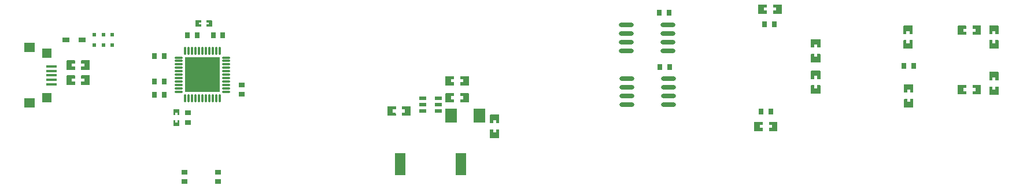
<source format=gtp>
G04 Layer: TopPasteMaskLayer*
G04 EasyEDA v6.5.23, 2023-06-02 21:13:54*
G04 33ff916c08f040c1a4a9353f5c15a4ee,b642c611f69d48ac97ba22acea37c14c,10*
G04 Gerber Generator version 0.2*
G04 Scale: 100 percent, Rotated: No, Reflected: No *
G04 Dimensions in millimeters *
G04 leading zeros omitted , absolute positions ,4 integer and 5 decimal *
%FSLAX45Y45*%
%MOMM*%

%AMMACRO1*4,1,4,-0.8,1.5999,0.8,1.5999,0.8,-1.5999,-0.8,-1.5999,-0.8,1.5999,0*%
%ADD10O,1.2999974X0.2999994*%
%ADD11O,0.2999994X1.2999974*%
%ADD12R,5.2000X5.2000*%
%ADD13R,0.8000X0.9000*%
%ADD14R,1.8000X2.0000*%
%ADD15MACRO1*%
%ADD16R,1.6000X0.4000*%
%ADD17R,1.4000X1.4000*%
%ADD18R,1.5000X1.4000*%
%ADD19O,2.1999956000000003X0.6999986*%
%ADD20R,0.9000X0.8000*%
%ADD21R,0.6000X0.6000*%
%ADD22R,1.0000X0.7500*%
%ADD23R,1.0720X0.5320*%
%ADD24R,0.0193X0.5320*%

%LPD*%
G36*
X7814970Y8887968D02*
G01*
X7773974Y8887460D01*
X7768996Y8882481D01*
X7768996Y8767470D01*
X7773974Y8762492D01*
X7901990Y8762492D01*
X7906969Y8767470D01*
X7906969Y8882481D01*
X7901990Y8887460D01*
X7859979Y8887002D01*
X7859979Y8842959D01*
X7814970Y8842959D01*
G37*
G36*
X7773974Y9102496D02*
G01*
X7768996Y9097467D01*
X7768996Y8982506D01*
X7773974Y8977477D01*
X7814970Y8977985D01*
X7814970Y9021978D01*
X7859979Y9021978D01*
X7859979Y8977477D01*
X7901990Y8977477D01*
X7906969Y8982506D01*
X7906969Y9097467D01*
X7901990Y9102496D01*
G37*
G36*
X6487414Y9227007D02*
G01*
X6482435Y9221978D01*
X6482892Y9180017D01*
X6526936Y9180017D01*
X6526936Y9135008D01*
X6481927Y9135008D01*
X6482435Y9094012D01*
X6487414Y9088983D01*
X6602425Y9088983D01*
X6607403Y9094012D01*
X6607403Y9221978D01*
X6602425Y9227007D01*
G37*
G36*
X6272428Y9227007D02*
G01*
X6267399Y9221978D01*
X6267399Y9094012D01*
X6272428Y9088983D01*
X6387439Y9088983D01*
X6392418Y9094012D01*
X6391910Y9135008D01*
X6347917Y9135008D01*
X6347917Y9180017D01*
X6392418Y9180017D01*
X6392418Y9221978D01*
X6387439Y9227007D01*
G37*
G36*
X12516967Y9995458D02*
G01*
X12475972Y9995001D01*
X12470993Y9989972D01*
X12470993Y9874961D01*
X12475972Y9869982D01*
X12603988Y9869982D01*
X12608966Y9874961D01*
X12608966Y9989972D01*
X12603988Y9995001D01*
X12561976Y9994493D01*
X12561976Y9950500D01*
X12516967Y9950500D01*
G37*
G36*
X12475972Y10209987D02*
G01*
X12470993Y10204958D01*
X12470993Y10089997D01*
X12475972Y10084968D01*
X12516967Y10085476D01*
X12516967Y10129469D01*
X12561976Y10129469D01*
X12561976Y10084968D01*
X12603988Y10084968D01*
X12608966Y10089997D01*
X12608966Y10204958D01*
X12603988Y10209987D01*
G37*
G36*
X12516967Y9535464D02*
G01*
X12475972Y9534956D01*
X12470993Y9529978D01*
X12470993Y9414967D01*
X12475972Y9409988D01*
X12603988Y9409988D01*
X12608966Y9414967D01*
X12608966Y9529978D01*
X12603988Y9534956D01*
X12561976Y9534499D01*
X12561976Y9490506D01*
X12516967Y9490506D01*
G37*
G36*
X12475972Y9749993D02*
G01*
X12470993Y9744964D01*
X12470993Y9630003D01*
X12475972Y9624974D01*
X12516967Y9625482D01*
X12516967Y9669475D01*
X12561976Y9669475D01*
X12561976Y9624974D01*
X12603988Y9624974D01*
X12608966Y9630003D01*
X12608966Y9744964D01*
X12603988Y9749993D01*
G37*
G36*
X11704980Y10719003D02*
G01*
X11699951Y10713974D01*
X11699951Y10585958D01*
X11704980Y10580979D01*
X11819991Y10580979D01*
X11824970Y10585958D01*
X11824462Y10627969D01*
X11780469Y10627969D01*
X11780469Y10672978D01*
X11825478Y10672978D01*
X11824970Y10713974D01*
X11819991Y10719003D01*
G37*
G36*
X11919966Y10719003D02*
G01*
X11914987Y10713974D01*
X11915495Y10672978D01*
X11959488Y10672978D01*
X11959488Y10627969D01*
X11914987Y10627969D01*
X11914987Y10585958D01*
X11919966Y10580979D01*
X12034977Y10580979D01*
X12039955Y10585958D01*
X12039955Y10713974D01*
X12034977Y10719003D01*
G37*
G36*
X11644985Y8998966D02*
G01*
X11639956Y8993987D01*
X11639956Y8865971D01*
X11644985Y8860993D01*
X11759996Y8860993D01*
X11764975Y8865971D01*
X11764467Y8907983D01*
X11720474Y8907983D01*
X11720474Y8952992D01*
X11765483Y8952992D01*
X11764975Y8993987D01*
X11759996Y8998966D01*
G37*
G36*
X11859971Y8998966D02*
G01*
X11854992Y8993987D01*
X11855500Y8952992D01*
X11899493Y8952992D01*
X11899493Y8907983D01*
X11854992Y8907983D01*
X11854992Y8865971D01*
X11859971Y8860993D01*
X11974982Y8860993D01*
X11979960Y8865971D01*
X11979960Y8993987D01*
X11974982Y8998966D01*
G37*
G36*
X13866977Y10195458D02*
G01*
X13825982Y10195001D01*
X13820952Y10189972D01*
X13820952Y10074960D01*
X13825982Y10069982D01*
X13953947Y10069982D01*
X13958976Y10074960D01*
X13958976Y10189972D01*
X13953947Y10195001D01*
X13911986Y10194493D01*
X13911986Y10150500D01*
X13866977Y10150500D01*
G37*
G36*
X13825982Y10409986D02*
G01*
X13820952Y10404957D01*
X13820952Y10289997D01*
X13825982Y10284968D01*
X13866977Y10285476D01*
X13866977Y10329468D01*
X13911986Y10329468D01*
X13911986Y10284968D01*
X13953947Y10284968D01*
X13958976Y10289997D01*
X13958976Y10404957D01*
X13953947Y10409986D01*
G37*
G36*
X13835989Y9549993D02*
G01*
X13830960Y9544964D01*
X13830960Y9430004D01*
X13835989Y9424974D01*
X13877950Y9425482D01*
X13877950Y9469475D01*
X13922959Y9469475D01*
X13922959Y9424466D01*
X13963954Y9424974D01*
X13968984Y9430004D01*
X13968984Y9544964D01*
X13963954Y9549993D01*
G37*
G36*
X13835989Y9334957D02*
G01*
X13830960Y9329978D01*
X13830960Y9214967D01*
X13835989Y9209989D01*
X13963954Y9209989D01*
X13968984Y9214967D01*
X13968984Y9329978D01*
X13963954Y9334957D01*
X13922959Y9334500D01*
X13922959Y9290456D01*
X13877950Y9290456D01*
X13877950Y9334957D01*
G37*
G36*
X15126969Y10195458D02*
G01*
X15085974Y10195001D01*
X15080945Y10189972D01*
X15080945Y10074960D01*
X15085974Y10069982D01*
X15213990Y10069982D01*
X15218968Y10074960D01*
X15218968Y10189972D01*
X15213990Y10195001D01*
X15171978Y10194493D01*
X15171978Y10150500D01*
X15126969Y10150500D01*
G37*
G36*
X15085974Y10409986D02*
G01*
X15080945Y10404957D01*
X15080945Y10289997D01*
X15085974Y10284968D01*
X15126969Y10285476D01*
X15126969Y10329468D01*
X15171978Y10329468D01*
X15171978Y10284968D01*
X15213990Y10284968D01*
X15218968Y10289997D01*
X15218968Y10404957D01*
X15213990Y10409986D01*
G37*
G36*
X14624964Y10408970D02*
G01*
X14619986Y10403992D01*
X14619986Y10275976D01*
X14624964Y10270998D01*
X14739975Y10270998D01*
X14744954Y10275976D01*
X14744496Y10317988D01*
X14700453Y10317988D01*
X14700453Y10362996D01*
X14745462Y10362996D01*
X14744954Y10403992D01*
X14739975Y10408970D01*
G37*
G36*
X14839950Y10408970D02*
G01*
X14834971Y10403992D01*
X14835479Y10362996D01*
X14879472Y10362996D01*
X14879472Y10317988D01*
X14834971Y10317988D01*
X14834971Y10275976D01*
X14839950Y10270998D01*
X14954961Y10270998D01*
X14959990Y10275976D01*
X14959990Y10403992D01*
X14954961Y10408970D01*
G37*
G36*
X14624964Y9538970D02*
G01*
X14619986Y9533991D01*
X14619986Y9405975D01*
X14624964Y9400997D01*
X14739975Y9400997D01*
X14744954Y9405975D01*
X14744496Y9447987D01*
X14700453Y9447987D01*
X14700453Y9492996D01*
X14745462Y9492996D01*
X14744954Y9533991D01*
X14739975Y9538970D01*
G37*
G36*
X14839950Y9538970D02*
G01*
X14834971Y9533991D01*
X14835479Y9492996D01*
X14879472Y9492996D01*
X14879472Y9447987D01*
X14834971Y9447987D01*
X14834971Y9405975D01*
X14839950Y9400997D01*
X14954961Y9400997D01*
X14959990Y9405975D01*
X14959990Y9533991D01*
X14954961Y9538970D01*
G37*
G36*
X15126969Y9515500D02*
G01*
X15085974Y9514992D01*
X15080945Y9509963D01*
X15080945Y9395002D01*
X15085974Y9389973D01*
X15213990Y9389973D01*
X15218968Y9395002D01*
X15218968Y9509963D01*
X15213990Y9514992D01*
X15171978Y9514484D01*
X15171978Y9470491D01*
X15126969Y9470491D01*
G37*
G36*
X15085974Y9729978D02*
G01*
X15080945Y9724999D01*
X15080945Y9609988D01*
X15085974Y9604959D01*
X15126969Y9605467D01*
X15126969Y9649460D01*
X15171978Y9649460D01*
X15171978Y9604959D01*
X15213990Y9604959D01*
X15218968Y9609988D01*
X15218968Y9724999D01*
X15213990Y9729978D01*
G37*
G36*
X7125055Y9418980D02*
G01*
X7120077Y9414002D01*
X7120077Y9285986D01*
X7125055Y9281007D01*
X7240066Y9281007D01*
X7245045Y9285986D01*
X7244537Y9327997D01*
X7200544Y9327997D01*
X7200544Y9373006D01*
X7245553Y9373006D01*
X7245045Y9414002D01*
X7240066Y9418980D01*
G37*
G36*
X7340041Y9418980D02*
G01*
X7335062Y9414002D01*
X7335570Y9373006D01*
X7379563Y9373006D01*
X7379563Y9327997D01*
X7335062Y9327997D01*
X7335062Y9285986D01*
X7340041Y9281007D01*
X7455052Y9281007D01*
X7460030Y9285986D01*
X7460030Y9414002D01*
X7455052Y9418980D01*
G37*
G36*
X7339990Y9668967D02*
G01*
X7335012Y9663988D01*
X7335469Y9621977D01*
X7379462Y9621977D01*
X7379462Y9576968D01*
X7334503Y9576968D01*
X7335012Y9535972D01*
X7339990Y9530994D01*
X7455001Y9530994D01*
X7459980Y9535972D01*
X7459980Y9663988D01*
X7455001Y9668967D01*
G37*
G36*
X7125004Y9668967D02*
G01*
X7119975Y9663988D01*
X7119975Y9535972D01*
X7125004Y9530994D01*
X7239965Y9530994D01*
X7244994Y9535972D01*
X7244486Y9576968D01*
X7200493Y9576968D01*
X7200493Y9621977D01*
X7244994Y9621977D01*
X7244994Y9663988D01*
X7239965Y9668967D01*
G37*
G36*
X1575003Y9678974D02*
G01*
X1569974Y9673996D01*
X1569974Y9545980D01*
X1575003Y9541002D01*
X1690014Y9541002D01*
X1694992Y9545980D01*
X1694484Y9587992D01*
X1650492Y9587992D01*
X1650492Y9633000D01*
X1695500Y9633000D01*
X1694992Y9673996D01*
X1690014Y9678974D01*
G37*
G36*
X1789988Y9678974D02*
G01*
X1785010Y9673996D01*
X1785518Y9633000D01*
X1829511Y9633000D01*
X1829511Y9587992D01*
X1785010Y9587992D01*
X1785010Y9545980D01*
X1789988Y9541002D01*
X1905000Y9541002D01*
X1909978Y9545980D01*
X1909978Y9673996D01*
X1905000Y9678974D01*
G37*
G36*
X1575003Y9898989D02*
G01*
X1569974Y9893960D01*
X1569974Y9765995D01*
X1575003Y9760966D01*
X1690014Y9760966D01*
X1694992Y9765995D01*
X1694484Y9807956D01*
X1650492Y9807956D01*
X1650492Y9852964D01*
X1695500Y9852964D01*
X1694992Y9893960D01*
X1690014Y9898989D01*
G37*
G36*
X1789988Y9898989D02*
G01*
X1785010Y9893960D01*
X1785518Y9852964D01*
X1829511Y9852964D01*
X1829511Y9807956D01*
X1785010Y9807956D01*
X1785010Y9765995D01*
X1789988Y9760966D01*
X1905000Y9760966D01*
X1909978Y9765995D01*
X1909978Y9893960D01*
X1905000Y9898989D01*
G37*
G36*
X3460496Y10484967D02*
G01*
X3455466Y10479989D01*
X3455466Y10399979D01*
X3460496Y10395000D01*
X3540506Y10395000D01*
X3545484Y10399979D01*
X3545484Y10422788D01*
X3508501Y10422788D01*
X3508501Y10455757D01*
X3545484Y10455757D01*
X3545484Y10479989D01*
X3540506Y10484967D01*
G37*
G36*
X3620465Y10484967D02*
G01*
X3615486Y10479989D01*
X3615486Y10455757D01*
X3653485Y10455757D01*
X3653485Y10422788D01*
X3615486Y10422788D01*
X3615486Y10399979D01*
X3620465Y10395000D01*
X3699510Y10395000D01*
X3704488Y10399979D01*
X3704488Y10479989D01*
X3699510Y10484967D01*
G37*
G36*
X3139998Y9184487D02*
G01*
X3135020Y9179458D01*
X3135020Y9099499D01*
X3139998Y9094470D01*
X3162808Y9094470D01*
X3162808Y9131503D01*
X3195777Y9131503D01*
X3195777Y9094470D01*
X3220008Y9094470D01*
X3224987Y9099499D01*
X3224987Y9179458D01*
X3220008Y9184487D01*
G37*
G36*
X3139998Y9024467D02*
G01*
X3135020Y9019489D01*
X3135020Y8940495D01*
X3139998Y8935466D01*
X3220008Y8935466D01*
X3224987Y8940495D01*
X3224987Y9019489D01*
X3220008Y9024467D01*
X3195777Y9024467D01*
X3195777Y8986469D01*
X3162808Y8986469D01*
X3162808Y9024467D01*
G37*
D10*
G01*
X3210077Y9940086D03*
G01*
X3210077Y9890099D03*
G01*
X3210077Y9840087D03*
G01*
X3210077Y9790099D03*
G01*
X3210077Y9740087D03*
G01*
X3210077Y9690100D03*
G01*
X3210077Y9640087D03*
G01*
X3210077Y9590100D03*
G01*
X3210077Y9540087D03*
G01*
X3210077Y9490100D03*
G01*
X3210077Y9440087D03*
D11*
G01*
X3310077Y9340087D03*
G01*
X3360064Y9340087D03*
G01*
X3410077Y9340087D03*
G01*
X3460064Y9340087D03*
G01*
X3510076Y9340087D03*
G01*
X3560063Y9340087D03*
G01*
X3610076Y9340087D03*
G01*
X3660063Y9340087D03*
G01*
X3710076Y9340087D03*
G01*
X3760063Y9340087D03*
G01*
X3810076Y9340087D03*
D10*
G01*
X3910075Y9440087D03*
G01*
X3910075Y9490100D03*
G01*
X3910075Y9540087D03*
G01*
X3910075Y9590100D03*
G01*
X3910075Y9640087D03*
G01*
X3910075Y9690100D03*
G01*
X3910075Y9740087D03*
G01*
X3910075Y9790099D03*
G01*
X3910075Y9840087D03*
G01*
X3910075Y9890099D03*
G01*
X3910075Y9940086D03*
D11*
G01*
X3810076Y10040086D03*
G01*
X3760063Y10040086D03*
G01*
X3710076Y10040086D03*
G01*
X3660063Y10040086D03*
G01*
X3610076Y10040086D03*
G01*
X3560063Y10040086D03*
G01*
X3510076Y10040086D03*
G01*
X3460064Y10040086D03*
G01*
X3410077Y10040086D03*
G01*
X3360064Y10040086D03*
G01*
X3310077Y10040086D03*
D12*
G01*
X3560063Y9690100D03*
G01*
X3560063Y9690100D03*
D13*
G01*
X2859887Y9590024D03*
G01*
X2999892Y9590024D03*
D14*
G01*
X7615986Y9089974D03*
G01*
X7203973Y9089974D03*
D13*
G01*
X13829969Y9819970D03*
G01*
X13969974Y9819970D03*
G01*
X11739981Y9149969D03*
G01*
X11879986Y9149969D03*
G01*
X11789968Y10429976D03*
G01*
X11929973Y10429976D03*
D15*
G01*
X7344905Y8379968D03*
G01*
X6454914Y8379968D03*
D13*
G01*
X2999993Y9389973D03*
G01*
X2859989Y9389973D03*
G01*
X2999993Y9959975D03*
G01*
X2859989Y9959975D03*
G01*
X3339998Y10269981D03*
G01*
X3480003Y10269981D03*
D16*
G01*
X1351762Y9809962D03*
G01*
X1351762Y9744963D03*
G01*
X1351762Y9679939D03*
G01*
X1351762Y9614941D03*
G01*
X1351762Y9549942D03*
D17*
G01*
X1284452Y9354946D03*
G01*
X1284452Y10004933D03*
D18*
G01*
X1028471Y10085044D03*
G01*
X1028471Y9274835D03*
D19*
G01*
X9767697Y10420451D03*
G01*
X9767697Y10293451D03*
G01*
X9767697Y10166451D03*
G01*
X9767697Y10039451D03*
G01*
X10372216Y10420451D03*
G01*
X10372216Y10293451D03*
G01*
X10372216Y10166451D03*
G01*
X10372216Y10039451D03*
G01*
X9777729Y9630460D03*
G01*
X9777729Y9503460D03*
G01*
X9777729Y9376460D03*
G01*
X9777729Y9249460D03*
G01*
X10382250Y9630460D03*
G01*
X10382250Y9503460D03*
G01*
X10382250Y9376460D03*
G01*
X10382250Y9249460D03*
D20*
G01*
X3349980Y9129979D03*
G01*
X3349980Y8989974D03*
D13*
G01*
X3859987Y10269981D03*
G01*
X3719982Y10269981D03*
G01*
X10249992Y10599978D03*
G01*
X10389971Y10599978D03*
G01*
X10259974Y9799980D03*
G01*
X10399979Y9799980D03*
D21*
G01*
X1980006Y10124973D03*
G01*
X1980006Y10274985D03*
G01*
X2110003Y10124973D03*
G01*
X2110003Y10274985D03*
G01*
X2240000Y10124973D03*
G01*
X2240000Y10274985D03*
D22*
G01*
X1562735Y10199979D03*
G01*
X1797253Y10199979D03*
D23*
G01*
X7014895Y9154972D03*
G01*
X7014895Y9249968D03*
G01*
X7014895Y9344964D03*
G01*
X6785076Y9344964D03*
G01*
X6785076Y9249968D03*
G01*
X6785076Y9154972D03*
D20*
G01*
X3299993Y8259978D03*
G01*
X3299993Y8119973D03*
G01*
X3789984Y8259978D03*
G01*
X3789984Y8119973D03*
G01*
X4139996Y9539986D03*
G01*
X4139996Y9399981D03*
M02*

</source>
